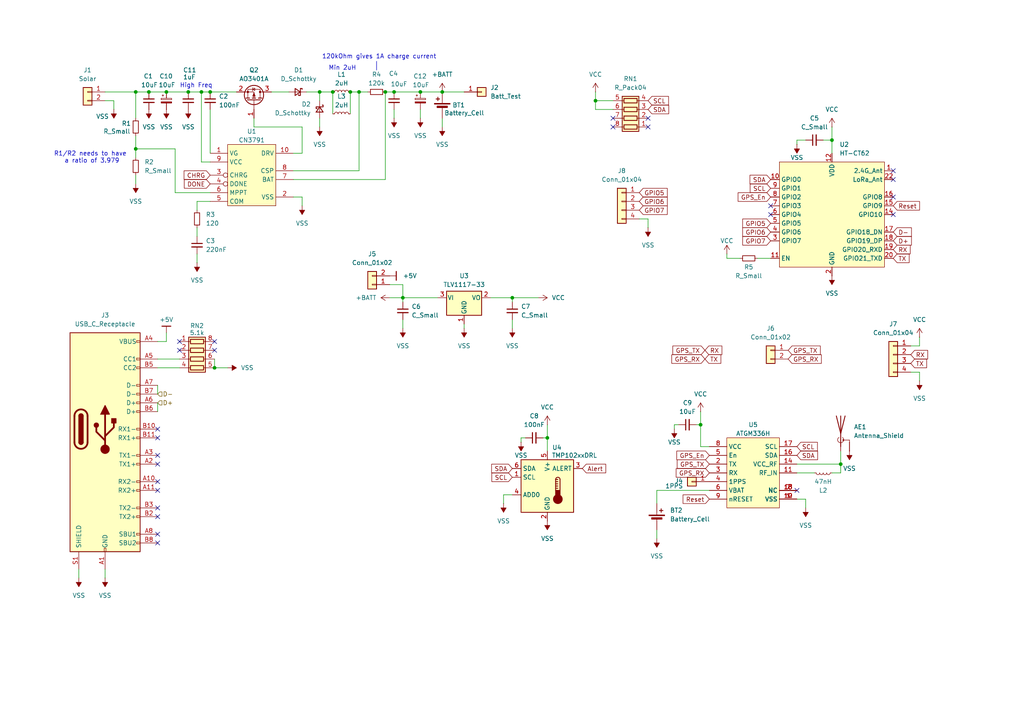
<source format=kicad_sch>
(kicad_sch (version 20231120) (generator "eeschema") (generator_version "8.0")
  (paper "A4")
  (lib_symbols
    (symbol "Connector:USB_C_Receptacle" (pin_names (offset 1.016))
      (property "Reference" "J" (at -10.16 29.21 0))
      (property "Value" "USB_C_Receptacle" (at 10.16 29.21 0))
      (symbol "USB_C_Receptacle_1_1"
        (pin passive line (at 0 -40.64 90) (length 5.08) (name "GND") (number "A1"))
        (pin bidirectional line (at 15.24 -15.24 180) (length 5.08) (name "RX2-") (number "A10"))
        (pin bidirectional line (at 15.24 -17.78 180) (length 5.08) (name "RX2+") (number "A11"))
        (pin passive line (at 0 -40.64 90) (length 5.08) hide (name "GND") (number "A12"))
        (pin bidirectional line (at 15.24 -10.16 180) (length 5.08) (name "TX1+") (number "A2"))
        (pin bidirectional line (at 15.24 -7.62 180) (length 5.08) (name "TX1-") (number "A3"))
        (pin passive line (at 15.24 25.4 180) (length 5.08) (name "VBUS") (number "A4"))
        (pin bidirectional line (at 15.24 20.32 180) (length 5.08) (name "CC1") (number "A5"))
        (pin bidirectional line (at 15.24 7.62 180) (length 5.08) (name "D+") (number "A6"))
        (pin bidirectional line (at 15.24 12.7 180) (length 5.08) (name "D-") (number "A7"))
        (pin bidirectional line (at 15.24 -30.48 180) (length 5.08) (name "SBU1") (number "A8"))
        (pin passive line (at 15.24 25.4 180) (length 5.08) hide (name "VBUS") (number "A9"))
        (pin passive line (at 0 -40.64 90) (length 5.08) hide (name "GND") (number "B1"))
        (pin bidirectional line (at 15.24 0 180) (length 5.08) (name "RX1-") (number "B10"))
        (pin bidirectional line (at 15.24 -2.54 180) (length 5.08) (name "RX1+") (number "B11"))
        (pin passive line (at 0 -40.64 90) (length 5.08) hide (name "GND") (number "B12"))
        (pin bidirectional line (at 15.24 -25.4 180) (length 5.08) (name "TX2+") (number "B2"))
        (pin bidirectional line (at 15.24 -22.86 180) (length 5.08) (name "TX2-") (number "B3"))
        (pin passive line (at 15.24 25.4 180) (length 5.08) hide (name "VBUS") (number "B4"))
        (pin bidirectional line (at 15.24 17.78 180) (length 5.08) (name "CC2") (number "B5"))
        (pin bidirectional line (at 15.24 5.08 180) (length 5.08) (name "D+") (number "B6"))
        (pin bidirectional line (at 15.24 10.16 180) (length 5.08) (name "D-") (number "B7"))
        (pin bidirectional line (at 15.24 -33.02 180) (length 5.08) (name "SBU2") (number "B8"))
        (pin passive line (at 15.24 25.4 180) (length 5.08) hide (name "VBUS") (number "B9"))
        (pin passive line (at -7.62 -40.64 90) (length 5.08) (name "SHIELD") (number "S1"))
      )
    )
    (symbol "Connector_Generic:Conn_01x01" (pin_names (offset 1.016) hide)
      (property "Reference" "J" (at 0 2.54 0))
      (property "Value" "Conn_01x01" (at 0 -2.54 0))
      (symbol "Conn_01x01_1_1"
        (pin passive line (at -5.08 0 0) (length 3.81) (name "Pin_1") (number "1"))
      )
    )
    (symbol "Connector_Generic:Conn_01x02" (pin_names (offset 1.016) hide)
      (property "Reference" "J" (at 0 2.54 0))
      (property "Value" "Conn_01x02" (at 0 -5.08 0))
      (symbol "Conn_01x02_1_1"
        (pin passive line (at -5.08 0 0) (length 3.81) (name "Pin_1") (number "1"))
        (pin passive line (at -5.08 -2.54 0) (length 3.81) (name "Pin_2") (number "2"))
      )
    )
    (symbol "Connector_Generic:Conn_01x04" (pin_names (offset 1.016) hide)
      (property "Reference" "J" (at 0 5.08 0))
      (property "Value" "Conn_01x04" (at 0 -7.62 0))
      (symbol "Conn_01x04_1_1"
        (pin passive line (at -5.08 2.54 0) (length 3.81) (name "Pin_1") (number "1"))
        (pin passive line (at -5.08 0 0) (length 3.81) (name "Pin_2") (number "2"))
        (pin passive line (at -5.08 -2.54 0) (length 3.81) (name "Pin_3") (number "3"))
        (pin passive line (at -5.08 -5.08 0) (length 3.81) (name "Pin_4") (number "4"))
      )
    )
    (symbol "Device:Antenna_Shield" (pin_numbers hide) (pin_names (offset 1.016) hide)
      (property "Reference" "AE" (at -1.905 4.445 0))
      (property "Value" "Antenna_Shield" (at -1.905 2.54 0))
      (symbol "Antenna_Shield_1_1"
        (pin input line (at 0 -5.08 90) (length 2.54) (name "A") (number "1"))
        (pin input line (at 2.54 -5.08 90) (length 2.54) (name "Shield") (number "2"))
      )
    )
    (symbol "Device:Battery_Cell" (pin_numbers hide) (pin_names (offset 0) hide)
      (property "Reference" "BT" (at 2.54 2.54 0))
      (property "Value" "Battery_Cell" (at 2.54 0 0))
      (symbol "Battery_Cell_1_1"
        (pin passive line (at 0 5.08 270) (length 2.54) (name "+") (number "1"))
        (pin passive line (at 0 -2.54 90) (length 2.54) (name "-") (number "2"))
      )
    )
    (symbol "Device:C_Polarized_Small" (pin_numbers hide) (pin_names (offset 0.254) hide)
      (property "Reference" "C" (at 0.254 1.778 0))
      (property "Value" "C_Polarized_Small" (at 0.254 -2.032 0))
      (symbol "C_Polarized_Small_1_1"
        (pin passive line (at 0 2.54 270) (length 1.8542) (name "~") (number "1"))
        (pin passive line (at 0 -2.54 90) (length 1.8542) (name "~") (number "2"))
      )
    )
    (symbol "Device:C_Small" (pin_numbers hide) (pin_names (offset 0.254) hide)
      (property "Reference" "C" (at 0.254 1.778 0))
      (property "Value" "C_Small" (at 0.254 -2.032 0))
      (symbol "C_Small_1_1"
        (pin passive line (at 0 2.54 270) (length 2.032) (name "~") (number "1"))
        (pin passive line (at 0 -2.54 90) (length 2.032) (name "~") (number "2"))
      )
    )
    (symbol "Device:D_Schottky_Small" (pin_numbers hide) (pin_names (offset 0.254) hide)
      (property "Reference" "D" (at -1.27 2.032 0))
      (property "Value" "D_Schottky_Small" (at -7.112 -2.032 0))
      (symbol "D_Schottky_Small_1_1"
        (pin passive line (at -2.54 0 0) (length 1.778) (name "K") (number "1"))
        (pin passive line (at 2.54 0 180) (length 1.778) (name "A") (number "2"))
      )
    )
    (symbol "Device:L_Small" (pin_numbers hide) (pin_names (offset 0.254) hide)
      (property "Reference" "L" (at 0.762 1.016 0))
      (property "Value" "L_Small" (at 0.762 -1.016 0))
      (symbol "L_Small_1_1"
        (pin passive line (at 0 2.54 270) (length 0.508) (name "~") (number "1"))
        (pin passive line (at 0 -2.54 90) (length 0.508) (name "~") (number "2"))
      )
    )
    (symbol "Device:R_Pack04" (pin_names (offset 0) hide)
      (property "Reference" "RN" (at -7.62 0 90))
      (property "Value" "R_Pack04" (at 5.08 0 90))
      (symbol "R_Pack04_1_1"
        (pin passive line (at -5.08 -5.08 90) (length 2.54) (name "R1.1") (number "1"))
        (pin passive line (at -2.54 -5.08 90) (length 2.54) (name "R2.1") (number "2"))
        (pin passive line (at 0 -5.08 90) (length 2.54) (name "R3.1") (number "3"))
        (pin passive line (at 2.54 -5.08 90) (length 2.54) (name "R4.1") (number "4"))
        (pin passive line (at 2.54 5.08 270) (length 2.54) (name "R4.2") (number "5"))
        (pin passive line (at 0 5.08 270) (length 2.54) (name "R3.2") (number "6"))
        (pin passive line (at -2.54 5.08 270) (length 2.54) (name "R2.2") (number "7"))
        (pin passive line (at -5.08 5.08 270) (length 2.54) (name "R1.2") (number "8"))
      )
    )
    (symbol "Device:R_Small" (pin_numbers hide) (pin_names (offset 0.254) hide)
      (property "Reference" "R" (at 0.762 0.508 0))
      (property "Value" "R_Small" (at 0.762 -1.016 0))
      (symbol "R_Small_1_1"
        (pin passive line (at 0 2.54 270) (length 0.762) (name "~") (number "1"))
        (pin passive line (at 0 -2.54 90) (length 0.762) (name "~") (number "2"))
      )
    )
    (symbol "RF_Module:HT-CT62"
      (property "Reference" "U" (at 0 0 0))
      (property "Value" "HT-CT62" (at 10.16 17.78 0))
      (symbol "HT-CT62_1_1"
        (pin bidirectional line (at 17.78 12.7 180) (length 2.54) (name "2.4G_Ant") (number "1"))
        (pin bidirectional line (at -17.78 10.16 0) (length 2.54) (name "GPIO0") (number "10"))
        (pin input line (at -17.78 -12.7 0) (length 2.54) (name "EN") (number "11"))
        (pin power_in line (at 0 17.78 270) (length 2.54) (name "VDD") (number "12"))
        (pin passive line (at 0 -17.78 90) (length 2.54) hide (name "GND") (number "13"))
        (pin bidirectional line (at 17.78 0 180) (length 2.54) (name "GPIO10") (number "14"))
        (pin bidirectional line (at 17.78 2.54 180) (length 2.54) (name "GPIO9") (number "15"))
        (pin bidirectional line (at 17.78 5.08 180) (length 2.54) (name "GPIO8") (number "16"))
        (pin bidirectional line (at 17.78 -5.08 180) (length 2.54) (name "GPIO18_DN") (number "17"))
        (pin bidirectional line (at 17.78 -7.62 180) (length 2.54) (name "GPIO19_DP") (number "18"))
        (pin bidirectional line (at 17.78 -10.16 180) (length 2.54) (name "GPIO20_RXD") (number "19"))
        (pin power_in line (at 0 -17.78 90) (length 2.54) (name "GND") (number "2"))
        (pin bidirectional line (at 17.78 -12.7 180) (length 2.54) (name "GPIO21_TXD") (number "20"))
        (pin passive line (at 0 -17.78 90) (length 2.54) hide (name "GND") (number "21"))
        (pin bidirectional line (at 17.78 10.16 180) (length 2.54) (name "LoRa_Ant") (number "22"))
        (pin bidirectional line (at -17.78 -7.62 0) (length 2.54) (name "GPIO7") (number "3"))
        (pin bidirectional line (at -17.78 -5.08 0) (length 2.54) (name "GPIO6") (number "4"))
        (pin bidirectional line (at -17.78 -2.54 0) (length 2.54) (name "GPIO5") (number "5"))
        (pin bidirectional line (at -17.78 0 0) (length 2.54) (name "GPIO4") (number "6"))
        (pin bidirectional line (at -17.78 2.54 0) (length 2.54) (name "GPIO3") (number "7"))
        (pin bidirectional line (at -17.78 5.08 0) (length 2.54) (name "GPIO2") (number "8"))
        (pin bidirectional line (at -17.78 7.62 0) (length 2.54) (name "GPIO1") (number "9"))
      )
    )
    (symbol "Regulator_Linear:TLV1117-33" (pin_names (offset 0.254))
      (property "Reference" "U" (at -3.81 3.175 0))
      (property "Value" "TLV1117-33" (at 0 3.175 0))
      (symbol "TLV1117-33_1_1"
        (pin power_in line (at 0 -7.62 90) (length 2.54) (name "GND") (number "1"))
        (pin power_out line (at 7.62 0 180) (length 2.54) (name "VO") (number "2"))
        (pin power_in line (at -7.62 0 0) (length 2.54) (name "VI") (number "3"))
      )
    )
    (symbol "Sensor_Temperature:TMP102xxDRL"
      (property "Reference" "U" (at -2.54 10.795 0))
      (property "Value" "TMP102xxDRL" (at -2.54 8.89 0))
      (symbol "TMP102xxDRL_1_1"
        (pin input line (at -10.16 2.54 0) (length 2.54) (name "SCL") (number "1"))
        (pin power_in line (at 0 -10.16 90) (length 2.54) (name "GND") (number "2"))
        (pin open_collector line (at 10.16 5.08 180) (length 2.54) (name "ALERT") (number "3"))
        (pin input line (at -10.16 -2.54 0) (length 2.54) (name "ADD0") (number "4"))
        (pin power_in line (at 0 10.16 270) (length 2.54) (name "V+") (number "5"))
        (pin bidirectional line (at -10.16 5.08 0) (length 2.54) (name "SDA") (number "6"))
      )
    )
    (symbol "Transistor_FET:AO3401A" (pin_names hide)
      (property "Reference" "Q" (at 5.08 1.905 0))
      (property "Value" "AO3401A" (at 5.08 0 0))
      (symbol "AO3401A_1_1"
        (pin input line (at -5.08 0 0) (length 2.54) (name "G") (number "1"))
        (pin passive line (at 2.54 -5.08 90) (length 2.54) (name "S") (number "2"))
        (pin passive line (at 2.54 5.08 270) (length 2.54) (name "D") (number "3"))
      )
    )
    (symbol "UE-Power:CN3791"
      (property "Reference" "U" (at 8.89 11.43 0))
      (symbol "CN3791_1_1"
        (pin input line (at 2.54 7.62 0) (length 5.08) (name "VG") (number "1"))
        (pin input line (at 26.67 7.62 180) (length 5.08) (name "DRV") (number "10"))
        (pin input line (at 26.67 -5.08 180) (length 5.08) (name "VSS") (number "2"))
        (pin input inverted (at 2.54 1.27 0) (length 5.08) (name "CHRG") (number "3"))
        (pin input inverted (at 2.54 -1.27 0) (length 5.08) (name "DONE") (number "4"))
        (pin input line (at 2.54 -6.35 0) (length 5.08) (name "COM") (number "5"))
        (pin input line (at 2.54 -3.81 0) (length 5.08) (name "MPPT") (number "6"))
        (pin input line (at 26.67 0 180) (length 5.08) (name "BAT") (number "7"))
        (pin input line (at 26.67 2.54 180) (length 5.08) (name "CSP") (number "8"))
        (pin input line (at 2.54 5.08 0) (length 5.08) (name "VCC") (number "9"))
      )
    )
    (symbol "UE_Module:ATGM336H"
      (property "Reference" "U" (at 0 0 0))
      (symbol "ATGM336H_1_1"
        (pin input line (at 31.75 7.62 180) (length 5.08) (name "VSS") (number "1"))
        (pin input line (at 31.75 7.62 180) (length 5.08) (name "VSS") (number "10"))
        (pin input line (at 31.75 15.24 180) (length 5.08) (name "RF_IN") (number "11"))
        (pin input line (at 31.75 7.62 180) (length 5.08) (name "VSS") (number "12"))
        (pin input line (at 31.75 10.16 180) (length 5.08) (name "NC") (number "13"))
        (pin input line (at 31.75 17.78 180) (length 5.08) (name "VCC_RF") (number "14"))
        (pin input line (at 31.75 10.16 180) (length 5.08) (name "NC") (number "15"))
        (pin input line (at 31.75 20.32 180) (length 5.08) (name "SDA") (number "16"))
        (pin input line (at 31.75 22.86 180) (length 5.08) (name "SCL") (number "17"))
        (pin input line (at 31.75 10.16 180) (length 5.08) (name "NC") (number "18"))
        (pin input line (at 6.35 17.78 0) (length 5.08) (name "TX") (number "2"))
        (pin input line (at 6.35 15.24 0) (length 5.08) (name "RX") (number "3"))
        (pin input line (at 6.35 12.7 0) (length 5.08) (name "1PPS") (number "4"))
        (pin input line (at 6.35 20.32 0) (length 5.08) (name "En") (number "5"))
        (pin input line (at 6.35 10.16 0) (length 5.08) (name "VBAT") (number "6"))
        (pin input line (at 31.75 10.16 180) (length 5.08) (name "NC") (number "7"))
        (pin input line (at 6.35 22.86 0) (length 5.08) (name "VCC") (number "8"))
        (pin input line (at 6.35 7.62 0) (length 5.08) (name "nRESET") (number "9"))
      )
    )
    (symbol "gkl_power:+5V" (power) (pin_names (offset 0))
      (property "Value" "+5V" (at 0 3.175 0))
      (symbol "+5V_1_1"
        (pin power_in line (at 0 0 90) (length 0) hide (name "+5V") (number "1"))
      )
    )
    (symbol "power:+BATT" (power) (pin_numbers hide) (pin_names (offset 0) hide)
      (property "Value" "+BATT" (at 0 3.556 0))
      (symbol "+BATT_1_1"
        (pin power_in line (at 0 0 90) (length 0) (name "~") (number "1"))
      )
    )
    (symbol "power:VCC" (power) (pin_numbers hide) (pin_names (offset 0) hide)
      (property "Value" "VCC" (at 0 3.556 0))
      (symbol "VCC_1_1"
        (pin power_in line (at 0 0 90) (length 0) (name "~") (number "1"))
      )
    )
    (symbol "power:VSS" (power) (pin_numbers hide) (pin_names (offset 0) hide)
      (property "Value" "VSS" (at 0 3.556 0))
      (symbol "VSS_1_1"
        (pin power_in line (at 0 0 90) (length 0) (name "~") (number "1"))
      )
    )
  )
  (junction (at 241.3 40.64))
  (junction (at 92.71 26.67))
  (junction (at 111.76 26.67))
  (junction (at 54.61 26.67))
  (junction (at 104.14 26.67))
  (junction (at 62.23 106.68))
  (junction (at 172.72 29.21))
  (junction (at 39.37 26.67))
  (junction (at 101.6 26.67))
  (junction (at 48.26 26.67))
  (junction (at 39.37 43.18))
  (junction (at 158.75 127))
  (junction (at 116.84 86.36))
  (junction (at 114.3 26.67))
  (junction (at 60.96 26.67))
  (junction (at 58.42 26.67))
  (junction (at 203.2 123.19))
  (junction (at 43.18 26.67))
  (junction (at 128.27 26.67))
  (junction (at 243.84 134.62))
  (junction (at 96.52 26.67))
  (junction (at 148.59 86.36))
  (junction (at 121.92 26.67))
  (no_connect (at 45.72 134.62))
  (no_connect (at 259.08 49.53))
  (no_connect (at 177.8 34.29))
  (no_connect (at 45.72 154.94))
  (no_connect (at 223.52 62.23))
  (no_connect (at 52.07 101.6))
  (no_connect (at 187.96 34.29))
  (no_connect (at 45.72 127))
  (no_connect (at 45.72 124.46))
  (no_connect (at 62.23 99.06))
  (no_connect (at 45.72 132.08))
  (no_connect (at 45.72 147.32))
  (no_connect (at 45.72 142.24))
  (no_connect (at 45.72 139.7))
  (no_connect (at 259.08 52.07))
  (no_connect (at 259.08 57.15))
  (no_connect (at 259.08 62.23))
  (no_connect (at 52.07 99.06))
  (no_connect (at 177.8 36.83))
  (no_connect (at 231.14 142.24))
  (no_connect (at 62.23 101.6))
  (no_connect (at 187.96 36.83))
  (no_connect (at 45.72 149.86))
  (no_connect (at 45.72 157.48))
  (no_connect (at 223.52 59.69))
  (wire (pts (xy 187.96 63.5) (xy 185.42 63.5)))
  (wire (pts (xy 203.2 129.54) (xy 203.2 123.19)))
  (wire (pts (xy 60.96 26.67) (xy 68.58 26.67)))
  (wire (pts (xy 60.96 46.99) (xy 58.42 46.99)))
  (wire (pts (xy 45.72 106.68) (xy 52.07 106.68)))
  (wire (pts (xy 266.7 110.49) (xy 266.7 107.95)))
  (wire (pts (xy 114.3 26.67) (xy 121.92 26.67)))
  (wire (pts (xy 30.48 26.67) (xy 39.37 26.67)))
  (wire (pts (xy 151.13 127) (xy 152.4 127)))
  (wire (pts (xy 148.59 86.36) (xy 156.21 86.36)))
  (wire (pts (xy 190.5 146.05) (xy 190.5 142.24)))
  (wire (pts (xy 96.52 26.67) (xy 96.52 33.02)))
  (wire (pts (xy 57.15 66.04) (xy 57.15 68.58)))
  (wire (pts (xy 116.84 92.71) (xy 116.84 95.25)))
  (wire (pts (xy 243.84 130.81) (xy 243.84 134.62)))
  (wire (pts (xy 266.7 100.33) (xy 264.16 100.33)))
  (wire (pts (xy 113.03 86.36) (xy 116.84 86.36)))
  (wire (pts (xy 128.27 34.29) (xy 128.27 36.83)))
  (wire (pts (xy 92.71 26.67) (xy 92.71 29.21)))
  (wire (pts (xy 48.26 26.67) (xy 54.61 26.67)))
  (wire (pts (xy 158.75 123.19) (xy 158.75 127)))
  (wire (pts (xy 39.37 50.8) (xy 39.37 53.34)))
  (wire (pts (xy 111.76 52.07) (xy 111.76 26.67)))
  (wire (pts (xy 172.72 26.67) (xy 172.72 29.21)))
  (wire (pts (xy 92.71 26.67) (xy 96.52 26.67)))
  (wire (pts (xy 58.42 26.67) (xy 58.42 46.99)))
  (wire (pts (xy 87.63 36.83) (xy 87.63 44.45)))
  (wire (pts (xy 219.71 74.93) (xy 223.52 74.93)))
  (wire (pts (xy 116.84 86.36) (xy 127 86.36)))
  (wire (pts (xy 146.05 143.51) (xy 148.59 143.51)))
  (wire (pts (xy 148.59 86.36) (xy 148.59 87.63)))
  (wire (pts (xy 87.63 44.45) (xy 85.09 44.45)))
  (wire (pts (xy 266.7 97.79) (xy 266.7 100.33)))
  (wire (pts (xy 172.72 29.21) (xy 177.8 29.21)))
  (wire (pts (xy 73.66 34.29) (xy 73.66 36.83)))
  (wire (pts (xy 231.14 137.16) (xy 236.22 137.16)))
  (wire (pts (xy 101.6 26.67) (xy 101.6 33.02)))
  (wire (pts (xy 39.37 39.37) (xy 39.37 43.18)))
  (wire (pts (xy 85.09 52.07) (xy 111.76 52.07)))
  (wire (pts (xy 88.9 26.67) (xy 92.71 26.67)))
  (wire (pts (xy 101.6 26.67) (xy 104.14 26.67)))
  (wire (pts (xy 233.68 144.78) (xy 231.14 144.78)))
  (wire (pts (xy 195.58 123.19) (xy 196.85 123.19)))
  (wire (pts (xy 39.37 43.18) (xy 39.37 45.72)))
  (wire (pts (xy 190.5 153.67) (xy 190.5 156.21)))
  (wire (pts (xy 231.14 40.64) (xy 233.68 40.64)))
  (wire (pts (xy 203.2 119.38) (xy 203.2 123.19)))
  (wire (pts (xy 33.02 29.21) (xy 33.02 31.75)))
  (wire (pts (xy 210.82 73.66) (xy 210.82 74.93)))
  (wire (pts (xy 60.96 31.75) (xy 60.96 44.45)))
  (wire (pts (xy 45.72 111.76) (xy 45.72 114.3)))
  (wire (pts (xy 39.37 26.67) (xy 43.18 26.67)))
  (wire (pts (xy 128.27 26.67) (xy 134.62 26.67)))
  (wire (pts (xy 57.15 58.42) (xy 57.15 60.96)))
  (wire (pts (xy 241.3 137.16) (xy 243.84 137.16)))
  (wire (pts (xy 116.84 86.36) (xy 116.84 87.63)))
  (wire (pts (xy 50.8 43.18) (xy 50.8 55.88)))
  (wire (pts (xy 172.72 29.21) (xy 172.72 31.75)))
  (wire (pts (xy 87.63 57.15) (xy 85.09 57.15)))
  (wire (pts (xy 60.96 55.88) (xy 50.8 55.88)))
  (wire (pts (xy 210.82 74.93) (xy 214.63 74.93)))
  (wire (pts (xy 157.48 127) (xy 158.75 127)))
  (wire (pts (xy 121.92 31.75) (xy 121.92 34.29)))
  (wire (pts (xy 60.96 58.42) (xy 57.15 58.42)))
  (wire (pts (xy 39.37 26.67) (xy 39.37 34.29)))
  (wire (pts (xy 54.61 26.67) (xy 58.42 26.67)))
  (wire (pts (xy 45.72 119.38) (xy 45.72 116.84)))
  (wire (pts (xy 62.23 104.14) (xy 62.23 106.68)))
  (wire (pts (xy 58.42 26.67) (xy 60.96 26.67)))
  (wire (pts (xy 111.76 26.67) (xy 114.3 26.67)))
  (wire (pts (xy 238.76 40.64) (xy 241.3 40.64)))
  (wire (pts (xy 158.75 127) (xy 158.75 130.81)))
  (wire (pts (xy 114.3 31.75) (xy 114.3 34.29)))
  (wire (pts (xy 30.48 29.21) (xy 33.02 29.21)))
  (wire (pts (xy 146.05 146.05) (xy 146.05 143.51)))
  (wire (pts (xy 85.09 49.53) (xy 104.14 49.53)))
  (polyline (pts (xy 109.22 17.78) (xy 109.22 20.32)))
  (wire (pts (xy 190.5 142.24) (xy 205.74 142.24)))
  (wire (pts (xy 195.58 124.46) (xy 195.58 123.19)))
  (wire (pts (xy 187.96 66.04) (xy 187.96 63.5)))
  (wire (pts (xy 142.24 86.36) (xy 148.59 86.36)))
  (wire (pts (xy 45.72 104.14) (xy 52.07 104.14)))
  (wire (pts (xy 201.93 123.19) (xy 203.2 123.19)))
  (wire (pts (xy 57.15 73.66) (xy 57.15 76.2)))
  (wire (pts (xy 104.14 26.67) (xy 106.68 26.67)))
  (wire (pts (xy 73.66 36.83) (xy 87.63 36.83)))
  (wire (pts (xy 241.3 36.83) (xy 241.3 40.64)))
  (wire (pts (xy 231.14 41.91) (xy 231.14 40.64)))
  (wire (pts (xy 148.59 92.71) (xy 148.59 95.25)))
  (wire (pts (xy 172.72 31.75) (xy 177.8 31.75)))
  (wire (pts (xy 205.74 129.54) (xy 203.2 129.54)))
  (wire (pts (xy 104.14 49.53) (xy 104.14 26.67)))
  (wire (pts (xy 231.14 134.62) (xy 243.84 134.62)))
  (wire (pts (xy 48.26 99.06) (xy 48.26 96.52)))
  (wire (pts (xy 266.7 107.95) (xy 264.16 107.95)))
  (wire (pts (xy 113.03 82.55) (xy 116.84 82.55)))
  (wire (pts (xy 87.63 59.69) (xy 87.63 57.15)))
  (wire (pts (xy 62.23 106.68) (xy 66.04 106.68)))
  (wire (pts (xy 92.71 34.29) (xy 92.71 36.83)))
  (wire (pts (xy 30.48 165.1) (xy 30.48 167.64)))
  (wire (pts (xy 134.62 93.98) (xy 134.62 95.25)))
  (wire (pts (xy 241.3 40.64) (xy 241.3 44.45)))
  (wire (pts (xy 43.18 26.67) (xy 48.26 26.67)))
  (wire (pts (xy 233.68 147.32) (xy 233.68 144.78)))
  (wire (pts (xy 243.84 137.16) (xy 243.84 134.62)))
  (wire (pts (xy 121.92 26.67) (xy 128.27 26.67)))
  (wire (pts (xy 50.8 43.18) (xy 39.37 43.18)))
  (wire (pts (xy 45.72 99.06) (xy 48.26 99.06)))
  (wire (pts (xy 116.84 82.55) (xy 116.84 86.36)))
  (wire (pts (xy 78.74 26.67) (xy 83.82 26.67)))
  (wire (pts (xy 151.13 128.27) (xy 151.13 127)))
  (wire (pts (xy 22.86 165.1) (xy 22.86 167.64)))
  (text "R1/R2 needs to have \na ratio of 3.979" (at 26.67 45.72 0) (effects (font (size 1.27 1.27))))
  (text "Min 2uH" (at 99.314 19.812 0) (effects (font (size 1.27 1.27))))
  (text "120kOhm gives 1A charge current" (at 109.982 16.51 0) (effects (font (size 1.27 1.27))))
  (text "High Freq" (at 56.896 24.892 0) (effects (font (size 1.27 1.27))))
  (global_label "RX" (shape input) (at 259.08 72.39 0) (property "Intersheetrefs" "${INTERSHEET_REFS}" (effects (hide yes))))
  (global_label "DONE" (shape input) (at 60.96 53.34 180) (property "Intersheetrefs" "${INTERSHEET_REFS}" (effects (hide yes))))
  (global_label "GPIO5" (shape input) (at 223.52 64.77 180) (property "Intersheetrefs" "${INTERSHEET_REFS}" (effects (hide yes))))
  (global_label "SDA" (shape input) (at 187.96 31.75 0) (property "Intersheetrefs" "${INTERSHEET_REFS}" (effects (hide yes))))
  (global_label "GPIO6" (shape input) (at 223.52 67.31 180) (property "Intersheetrefs" "${INTERSHEET_REFS}" (effects (hide yes))))
  (global_label "GPS_RX" (shape input) (at 205.74 137.16 180) (property "Intersheetrefs" "${INTERSHEET_REFS}" (effects (hide yes))))
  (global_label "GPS_RX" (shape input) (at 228.6 104.14 0) (property "Intersheetrefs" "${INTERSHEET_REFS}" (effects (hide yes))))
  (global_label "GPIO7" (shape input) (at 185.42 60.96 0) (property "Intersheetrefs" "${INTERSHEET_REFS}" (effects (hide yes))))
  (global_label "SDA" (shape input) (at 223.52 52.07 180) (property "Intersheetrefs" "${INTERSHEET_REFS}" (effects (hide yes))))
  (global_label "TX" (shape input) (at 264.16 105.41 0) (property "Intersheetrefs" "${INTERSHEET_REFS}" (effects (hide yes))))
  (global_label "GPS_TX" (shape input) (at 228.6 101.6 0) (property "Intersheetrefs" "${INTERSHEET_REFS}" (effects (hide yes))))
  (global_label "GPIO7" (shape input) (at 223.52 69.85 180) (property "Intersheetrefs" "${INTERSHEET_REFS}" (effects (hide yes))))
  (global_label "GPS_En" (shape input) (at 223.52 57.15 180) (property "Intersheetrefs" "${INTERSHEET_REFS}" (effects (hide yes))))
  (global_label "D+" (shape input) (at 259.08 69.85 0) (property "Intersheetrefs" "${INTERSHEET_REFS}" (effects (hide yes))))
  (global_label "Alert" (shape input) (at 168.91 135.89 0) (property "Intersheetrefs" "${INTERSHEET_REFS}" (effects (hide yes))))
  (global_label "Reset" (shape input) (at 259.08 59.69 0) (property "Intersheetrefs" "${INTERSHEET_REFS}" (effects (hide yes))))
  (global_label "RX" (shape input) (at 264.16 102.87 0) (property "Intersheetrefs" "${INTERSHEET_REFS}" (effects (hide yes))))
  (global_label "GPS_TX" (shape input) (at 205.74 134.62 180) (property "Intersheetrefs" "${INTERSHEET_REFS}" (effects (hide yes))))
  (global_label "D-" (shape input) (at 259.08 67.31 0) (property "Intersheetrefs" "${INTERSHEET_REFS}" (effects (hide yes))))
  (global_label "SCL" (shape input) (at 223.52 54.61 180) (property "Intersheetrefs" "${INTERSHEET_REFS}" (effects (hide yes))))
  (global_label "RX" (shape input) (at 204.47 101.6 0) (property "Intersheetrefs" "${INTERSHEET_REFS}" (effects (hide yes))))
  (global_label "GPS_RX" (shape input) (at 204.47 104.14 180) (property "Intersheetrefs" "${INTERSHEET_REFS}" (effects (hide yes))))
  (global_label "SCL" (shape input) (at 187.96 29.21 0) (property "Intersheetrefs" "${INTERSHEET_REFS}" (effects (hide yes))))
  (global_label "CHRG" (shape input) (at 60.96 50.8 180) (property "Intersheetrefs" "${INTERSHEET_REFS}" (effects (hide yes))))
  (global_label "SCL" (shape input) (at 148.59 138.43 180) (property "Intersheetrefs" "${INTERSHEET_REFS}" (effects (hide yes))))
  (global_label "GPS_TX" (shape input) (at 204.47 101.6 180) (property "Intersheetrefs" "${INTERSHEET_REFS}" (effects (hide yes))))
  (global_label "SDA" (shape input) (at 231.14 132.08 0) (property "Intersheetrefs" "${INTERSHEET_REFS}" (effects (hide yes))))
  (global_label "SCL" (shape input) (at 231.14 129.54 0) (property "Intersheetrefs" "${INTERSHEET_REFS}" (effects (hide yes))))
  (global_label "TX" (shape input) (at 259.08 74.93 0) (property "Intersheetrefs" "${INTERSHEET_REFS}" (effects (hide yes))))
  (global_label "GPIO5" (shape input) (at 185.42 55.88 0) (property "Intersheetrefs" "${INTERSHEET_REFS}" (effects (hide yes))))
  (global_label "Reset" (shape input) (at 205.74 144.78 180) (property "Intersheetrefs" "${INTERSHEET_REFS}" (effects (hide yes))))
  (global_label "SDA" (shape input) (at 148.59 135.89 180) (property "Intersheetrefs" "${INTERSHEET_REFS}" (effects (hide yes))))
  (global_label "GPS_En" (shape input) (at 205.74 132.08 180) (property "Intersheetrefs" "${INTERSHEET_REFS}" (effects (hide yes))))
  (global_label "GPIO6" (shape input) (at 185.42 58.42 0) (property "Intersheetrefs" "${INTERSHEET_REFS}" (effects (hide yes))))
  (global_label "TX" (shape input) (at 204.47 104.14 0) (property "Intersheetrefs" "${INTERSHEET_REFS}" (effects (hide yes))))
  (hierarchical_label "D-" (shape input) (at 45.72 114.3 0))
  (hierarchical_label "D+" (shape input) (at 45.72 116.84 0))
  (symbol (lib_id "Device:C_Small") (at 43.18 29.21 0) (unit 1)
    (property "Reference" "C1" (at 41.656 22.098 0) (effects (justify left)))
    (property "Value" "10uF" (at 40.894 24.638 0) (effects (justify left)))
    (property "Footprint" "Capacitor_SMD:C_0805_2012Metric" (effects (hide yes)))
    (property "Description" "Unpolarized capacitor, small symbol" (effects (hide yes)))
  )
  (symbol (lib_id "Device:C_Small") (at 199.39 123.19 90) (unit 1)
    (property "Reference" "C9" (at 199.3963 116.84 90))
    (property "Value" "10uF" (at 199.3963 119.38 90))
    (property "Footprint" "Capacitor_SMD:C_0805_2012Metric" (effects (hide yes)))
    (property "Description" "Unpolarized capacitor, small symbol" (effects (hide yes)))
  )
  (symbol (lib_id "Device:L_Small") (at 99.06 33.02 90) (unit 1)
    (property "Reference" "L3" (at 99.06 27.94 90))
    (property "Value" "2uH" (at 99.06 30.48 90))
    (property "Footprint" "Inductor_SMD:L_1008_2520Metric" (effects (hide yes)))
    (property "Description" "Inductor, small symbol" (effects (hide yes)))
  )
  (symbol (lib_id "power:VSS") (at 92.71 36.83 180) (unit 1)
    (property "Reference" "#PWR05" (effects (hide yes)))
    (property "Value" "VSS" (at 92.71 41.91 0))
    (property "Description" "Power symbol creates a global label with name \"VSS\"" (effects (hide yes)))
  )
  (symbol (lib_id "power:VCC") (at 172.72 26.67 0) (unit 1)
    (property "Reference" "#PWR031" (effects (hide yes)))
    (property "Value" "VCC" (at 172.72 21.59 0))
    (property "Description" "Power symbol creates a global label with name \"VCC\"" (effects (hide yes)))
  )
  (symbol (lib_id "Connector_Generic:Conn_01x04") (at 180.34 58.42 0) (mirror y) (unit 1)
    (property "Reference" "J8" (at 180.34 49.53 0))
    (property "Value" "Conn_01x04" (at 180.34 52.07 0))
    (property "Footprint" "Connector_PinHeader_1.27mm:PinHeader_1x04_P1.27mm_Vertical" (effects (hide yes)))
    (property "Description" "Generic connector, single row, 01x04, script generated (kicad-library-utils/schlib/autogen/connector/)" (effects (hide yes)))
  )
  (symbol (lib_id "Device:L_Small") (at 99.06 26.67 90) (unit 1)
    (property "Reference" "L1" (at 99.06 21.59 90))
    (property "Value" "2uH" (at 99.06 24.13 90))
    (property "Footprint" "Inductor_SMD:L_7.3x7.3_H3.5" (effects (hide yes)))
    (property "Description" "Inductor, small symbol" (effects (hide yes)))
  )
  (symbol (lib_id "Device:C_Small") (at 57.15 71.12 0) (unit 1)
    (property "Reference" "C3" (at 59.69 69.8562 0) (effects (justify left)))
    (property "Value" "220nF" (at 59.69 72.3962 0) (effects (justify left)))
    (property "Footprint" "Capacitor_SMD:C_0805_2012Metric" (effects (hide yes)))
    (property "Description" "Unpolarized capacitor, small symbol" (effects (hide yes)))
  )
  (symbol (lib_id "Device:D_Schottky_Small") (at 92.71 31.75 270) (unit 1)
    (property "Reference" "D2" (at 90.17 30.2259 90) (effects (justify right)))
    (property "Value" "D_Schottky" (at 90.17 32.7659 90) (effects (justify right)))
    (property "Footprint" "Diode_SMD:D_0805_2012Metric" (effects (hide yes)))
    (property "Description" "Schottky diode, small symbol" (effects (hide yes)))
  )
  (symbol (lib_id "Device:C_Small") (at 60.96 29.21 0) (unit 1)
    (property "Reference" "C2" (at 63.5 27.9462 0) (effects (justify left)))
    (property "Value" "100nF" (at 63.5 30.4862 0) (effects (justify left)))
    (property "Footprint" "Capacitor_SMD:C_0805_2012Metric" (effects (hide yes)))
    (property "Description" "Unpolarized capacitor, small symbol" (effects (hide yes)))
  )
  (symbol (lib_id "power:VSS") (at 134.62 95.25 180) (unit 1)
    (property "Reference" "#PWR013" (effects (hide yes)))
    (property "Value" "VSS" (at 134.62 100.33 0))
    (property "Description" "Power symbol creates a global label with name \"VSS\"" (effects (hide yes)))
  )
  (symbol (lib_id "power:VSS") (at 148.59 95.25 180) (unit 1)
    (property "Reference" "#PWR014" (effects (hide yes)))
    (property "Value" "VSS" (at 148.59 100.33 0))
    (property "Description" "Power symbol creates a global label with name \"VSS\"" (effects (hide yes)))
  )
  (symbol (lib_id "power:VSS") (at 146.05 146.05 180) (unit 1)
    (property "Reference" "#PWR018" (effects (hide yes)))
    (property "Value" "VSS" (at 146.05 151.13 0))
    (property "Description" "Power symbol creates a global label with name \"VSS\"" (effects (hide yes)))
  )
  (symbol (lib_id "power:VCC") (at 241.3 36.83 0) (unit 1)
    (property "Reference" "#PWR010" (effects (hide yes)))
    (property "Value" "VCC" (at 241.3 31.75 0))
    (property "Description" "Power symbol creates a global label with name \"VCC\"" (effects (hide yes)))
  )
  (symbol (lib_id "power:VSS") (at 33.02 31.75 180) (unit 1)
    (property "Reference" "#PWR01" (effects (hide yes)))
    (property "Value" "VSS" (at 29.718 33.782 0))
    (property "Description" "Power symbol creates a global label with name \"VSS\"" (effects (hide yes)))
  )
  (symbol (lib_id "Device:C_Small") (at 148.59 90.17 0) (unit 1)
    (property "Reference" "C7" (at 151.13 88.9062 0) (effects (justify left)))
    (property "Value" "C_Small" (at 151.13 91.4462 0) (effects (justify left)))
    (property "Footprint" "Capacitor_SMD:C_0805_2012Metric" (effects (hide yes)))
    (property "Description" "Unpolarized capacitor, small symbol" (effects (hide yes)))
  )
  (symbol (lib_id "power:VSS") (at 57.15 76.2 180) (unit 1)
    (property "Reference" "#PWR04" (effects (hide yes)))
    (property "Value" "VSS" (at 57.15 81.28 0))
    (property "Description" "Power symbol creates a global label with name \"VSS\"" (effects (hide yes)))
  )
  (symbol (lib_id "power:VSS") (at 190.5 156.21 180) (unit 1)
    (property "Reference" "#PWR026" (effects (hide yes)))
    (property "Value" "VSS" (at 190.5 161.29 0))
    (property "Description" "Power symbol creates a global label with name \"VSS\"" (effects (hide yes)))
  )
  (symbol (lib_id "power:VCC") (at 156.21 86.36 270) (unit 1)
    (property "Reference" "#PWR016" (effects (hide yes)))
    (property "Value" "VCC" (at 160.02 86.3599 90) (effects (justify left)))
    (property "Description" "Power symbol creates a global label with name \"VCC\"" (effects (hide yes)))
  )
  (symbol (lib_id "RF_Module:HT-CT62") (at 241.3 62.23 0) (unit 1)
    (property "Reference" "U2" (at 243.4941 41.91 0) (effects (justify left)))
    (property "Value" "HT-CT62" (at 243.4941 44.45 0) (effects (justify left)))
    (property "Footprint" "RF_Module:Heltec_HT-CT62" (effects (hide yes)))
    (property "Datasheet" "https://resource.heltec.cn/download/HT-CT62/HT-CT62(Rev1.1).pdf" (effects (hide yes)))
    (property "Description" "LoRa/LoRaWAN node module with ESP32-C3 and SX1262" (effects (hide yes)))
  )
  (symbol (lib_id "power:VCC") (at 266.7 97.79 0) (unit 1)
    (property "Reference" "#PWR036" (effects (hide yes)))
    (property "Value" "VCC" (at 266.7 92.71 0))
    (property "Description" "Power symbol creates a global label with name \"VCC\"" (effects (hide yes)))
  )
  (symbol (lib_id "power:VSS") (at 39.37 53.34 180) (unit 1)
    (property "Reference" "#PWR03" (effects (hide yes)))
    (property "Value" "VSS" (at 39.37 58.42 0))
    (property "Description" "Power symbol creates a global label with name \"VSS\"" (effects (hide yes)))
  )
  (symbol (lib_id "Device:R_Pack04") (at 182.88 31.75 90) (unit 1)
    (property "Reference" "RN1" (at 182.88 22.86 90))
    (property "Value" "R_Pack04" (at 182.88 25.4 90))
    (property "Footprint" "Resistor_SMD:R_Array_Convex_4x0603" (effects (hide yes)))
    (property "Description" "4 resistor network, parallel topology" (effects (hide yes)))
  )
  (symbol (lib_id "Device:C_Polarized_Small") (at 121.92 29.21 0) (unit 1)
    (property "Reference" "C12" (at 119.888 22.098 0) (effects (justify left)))
    (property "Value" "10uF" (at 119.634 24.638 0) (effects (justify left)))
    (property "Footprint" "Capacitor_SMD:CP_Elec_4x5.4" (effects (hide yes)))
    (property "Description" "Polarized capacitor, small symbol" (effects (hide yes)))
  )
  (symbol (lib_id "power:+BATT") (at 113.03 86.36 90) (unit 1)
    (property "Reference" "#PWR015" (effects (hide yes)))
    (property "Value" "+BATT" (at 109.22 86.3599 90) (effects (justify left)))
    (property "Description" "Power symbol creates a global label with name \"+BATT\"" (effects (hide yes)))
  )
  (symbol (lib_id "power:VSS") (at 43.18 31.75 180) (unit 1)
    (property "Reference" "#PWR027" (effects (hide yes)))
    (property "Value" "VSS" (at 43.18 36.83 0))
    (property "Description" "Power symbol creates a global label with name \"VSS\"" (effects (hide yes)))
  )
  (symbol (lib_id "Connector:USB_C_Receptacle") (at 30.48 124.46 0) (unit 1)
    (property "Reference" "J3" (at 30.48 91.44 0))
    (property "Value" "USB_C_Receptacle" (at 30.48 93.98 0))
    (property "Footprint" "UL_USB:USB_C_Receptical-Jing" (effects (hide yes)))
    (property "Datasheet" "https://www.usb.org/sites/default/files/documents/usb_type-c.zip" (effects (hide yes)))
  )
  (symbol (lib_id "gkl_power:+5V") (at 48.26 96.52 0) (unit 1)
    (property "Reference" "#PWR034" (effects (hide yes)))
    (property "Value" "+5V" (at 48.26 92.71 0))
  )
  (symbol (lib_id "power:VSS") (at 22.86 167.64 180) (unit 1)
    (property "Reference" "#PWR032" (effects (hide yes)))
    (property "Value" "VSS" (at 22.86 172.72 0))
  )
  (symbol (lib_id "power:VCC") (at 158.75 123.19 0) (unit 1)
    (property "Reference" "#PWR020" (effects (hide yes)))
    (property "Value" "VCC" (at 158.75 118.11 0))
    (property "Description" "Power symbol creates a global label with name \"VCC\"" (effects (hide yes)))
  )
  (symbol (lib_id "power:VSS") (at 30.48 167.64 180) (unit 1)
    (property "Reference" "#PWR033" (effects (hide yes)))
    (property "Value" "VSS" (at 30.48 172.72 0))
  )
  (symbol (lib_id "power:+BATT") (at 128.27 26.67 0) (unit 1)
    (property "Reference" "#PWR08" (effects (hide yes)))
    (property "Value" "+BATT" (at 128.27 21.59 0))
    (property "Description" "Power symbol creates a global label with name \"+BATT\"" (effects (hide yes)))
  )
  (symbol (lib_id "Sensor_Temperature:TMP102xxDRL") (at 158.75 140.97 0) (unit 1)
    (property "Reference" "U4" (at 161.544 129.794 0))
    (property "Value" "TMP102xxDRL" (at 166.624 132.08 0))
    (property "Footprint" "Package_TO_SOT_SMD:SOT-563" (effects (hide yes)))
    (property "Datasheet" "https://www.ti.com/lit/ds/symlink/tmp102.pdf" (effects (hide yes)))
    (property "Description" "Digital Temperature Sensor, +/- 3 °C, low-Power, SMBus, 12 bit, Two-Wire Serial Interface, SOT-563" (effects (hide yes)))
  )
  (symbol (lib_id "Device:R_Small") (at 39.37 36.83 0) (unit 1)
    (property "Reference" "R1" (at 35.306 35.814 0) (effects (justify left)))
    (property "Value" "R_Small" (at 29.972 38.1 0) (effects (justify left)))
    (property "Footprint" "Resistor_SMD:R_0805_2012Metric" (effects (hide yes)))
    (property "Description" "Resistor, small symbol" (effects (hide yes)))
  )
  (symbol (lib_id "power:VSS") (at 87.63 59.69 180) (unit 1)
    (property "Reference" "#PWR02" (effects (hide yes)))
    (property "Value" "VSS" (at 87.63 64.77 0))
    (property "Description" "Power symbol creates a global label with name \"VSS\"" (effects (hide yes)))
  )
  (symbol (lib_id "power:VSS") (at 233.68 147.32 180) (unit 1)
    (property "Reference" "#PWR022" (effects (hide yes)))
    (property "Value" "VSS" (at 233.68 152.4 0))
    (property "Description" "Power symbol creates a global label with name \"VSS\"" (effects (hide yes)))
  )
  (symbol (lib_id "Device:R_Small") (at 109.22 26.67 90) (unit 1)
    (property "Reference" "R4" (at 109.22 21.59 90))
    (property "Value" "120k" (at 109.22 24.13 90))
    (property "Footprint" "Resistor_SMD:R_0805_2012Metric" (effects (hide yes)))
    (property "Description" "Resistor, small symbol" (effects (hide yes)))
  )
  (symbol (lib_id "Device:C_Small") (at 116.84 90.17 0) (unit 1)
    (property "Reference" "C6" (at 119.38 88.9062 0) (effects (justify left)))
    (property "Value" "C_Small" (at 119.38 91.4462 0) (effects (justify left)))
    (property "Footprint" "Capacitor_SMD:C_0805_2012Metric" (effects (hide yes)))
    (property "Description" "Unpolarized capacitor, small symbol" (effects (hide yes)))
  )
  (symbol (lib_id "power:VSS") (at 128.27 36.83 180) (unit 1)
    (property "Reference" "#PWR07" (effects (hide yes)))
    (property "Value" "VSS" (at 128.27 41.91 0))
    (property "Description" "Power symbol creates a global label with name \"VSS\"" (effects (hide yes)))
  )
  (symbol (lib_id "power:VSS") (at 246.38 130.81 180) (unit 1)
    (property "Reference" "#PWR023" (effects (hide yes)))
    (property "Value" "VSS" (at 246.38 135.89 0))
    (property "Description" "Power symbol creates a global label with name \"VSS\"" (effects (hide yes)))
  )
  (symbol (lib_id "power:VSS") (at 114.3 34.29 180) (unit 1)
    (property "Reference" "#PWR06" (effects (hide yes)))
    (property "Value" "VSS" (at 114.3 39.37 0))
    (property "Description" "Power symbol creates a global label with name \"VSS\"" (effects (hide yes)))
  )
  (symbol (lib_id "power:VSS") (at 54.61 31.75 180) (unit 1)
    (property "Reference" "#PWR029" (effects (hide yes)))
    (property "Value" "VSS" (at 54.61 36.83 0))
    (property "Description" "Power symbol creates a global label with name \"VSS\"" (effects (hide yes)))
  )
  (symbol (lib_id "Device:C_Small") (at 154.94 127 90) (unit 1)
    (property "Reference" "C8" (at 154.9463 120.65 90))
    (property "Value" "100nF" (at 154.9463 123.19 90))
    (property "Footprint" "Capacitor_SMD:C_0805_2012Metric" (effects (hide yes)))
    (property "Description" "Unpolarized capacitor, small symbol" (effects (hide yes)))
  )
  (symbol (lib_id "Device:C_Small") (at 236.22 40.64 90) (unit 1)
    (property "Reference" "C5" (at 236.2263 34.29 90))
    (property "Value" "C_Small" (at 236.2263 36.83 90))
    (property "Footprint" "Capacitor_SMD:C_0805_2012Metric" (effects (hide yes)))
    (property "Description" "Unpolarized capacitor, small symbol" (effects (hide yes)))
  )
  (symbol (lib_id "power:VSS") (at 241.3 80.01 180) (unit 1)
    (property "Reference" "#PWR09" (effects (hide yes)))
    (property "Value" "VSS" (at 241.3 85.09 0))
    (property "Description" "Power symbol creates a global label with name \"VSS\"" (effects (hide yes)))
  )
  (symbol (lib_id "Device:L_Small") (at 238.76 137.16 90) (mirror x) (unit 1)
    (property "Reference" "L2" (at 238.76 142.24 90))
    (property "Value" "47nH" (at 238.76 139.7 90))
    (property "Footprint" "Inductor_SMD:L_0805_2012Metric" (effects (hide yes)))
    (property "Description" "Inductor, small symbol" (effects (hide yes)))
  )
  (symbol (lib_id "Device:R_Small") (at 57.15 63.5 0) (unit 1)
    (property "Reference" "R3" (at 59.69 62.2299 0) (effects (justify left)))
    (property "Value" "120" (at 59.69 64.7699 0) (effects (justify left)))
    (property "Footprint" "Resistor_SMD:R_0805_2012Metric" (effects (hide yes)))
    (property "Description" "Resistor, small symbol" (effects (hide yes)))
  )
  (symbol (lib_id "power:VSS") (at 116.84 95.25 180) (unit 1)
    (property "Reference" "#PWR012" (effects (hide yes)))
    (property "Value" "VSS" (at 116.84 100.33 0))
    (property "Description" "Power symbol creates a global label with name \"VSS\"" (effects (hide yes)))
  )
  (symbol (lib_id "power:VSS") (at 266.7 110.49 180) (unit 1)
    (property "Reference" "#PWR035" (effects (hide yes)))
    (property "Value" "VSS" (at 266.7 115.57 0))
    (property "Description" "Power symbol creates a global label with name \"VSS\"" (effects (hide yes)))
  )
  (symbol (lib_id "Device:C_Small") (at 54.61 29.21 0) (unit 1)
    (property "Reference" "C11" (at 53.086 20.32 0) (effects (justify left)))
    (property "Value" "1uF" (at 53.086 22.352 0) (effects (justify left)))
    (property "Footprint" "Capacitor_SMD:C_0805_2012Metric" (effects (hide yes)))
    (property "Description" "Unpolarized capacitor, small symbol" (effects (hide yes)))
  )
  (symbol (lib_id "Device:R_Pack04") (at 57.15 104.14 270) (unit 1)
    (property "Reference" "RN2" (at 57.15 94.488 90))
    (property "Value" "5.1k" (at 57.15 96.52 90))
    (property "Footprint" "Resistor_SMD:R_Array_Concave_4x0603" (effects (hide yes)))
    (property "Description" "4 resistor network, parallel topology" (effects (hide yes)))
  )
  (symbol (lib_id "power:VSS") (at 158.75 151.13 180) (unit 1)
    (property "Reference" "#PWR017" (effects (hide yes)))
    (property "Value" "VSS" (at 158.75 156.21 0))
    (property "Description" "Power symbol creates a global label with name \"VSS\"" (effects (hide yes)))
  )
  (symbol (lib_id "Connector_Generic:Conn_01x04") (at 259.08 102.87 0) (mirror y) (unit 1)
    (property "Reference" "J7" (at 259.08 93.98 0))
    (property "Value" "Conn_01x04" (at 259.08 96.52 0))
    (property "Footprint" "Connector_PinHeader_2.54mm:PinHeader_1x04_P2.54mm_Vertical" (effects (hide yes)))
    (property "Description" "Generic connector, single row, 01x04, script generated (kicad-library-utils/schlib/autogen/connector/)" (effects (hide yes)))
  )
  (symbol (lib_id "UE-Power:CN3791") (at 58.42 52.07 0) (unit 1)
    (property "Reference" "U1" (at 73.025 38.1 0))
    (property "Value" "CN3791" (at 73.025 40.64 0))
    (property "Footprint" "Package_SO:SSOP-10_3.9x4.9mm_P1.00mm" (effects (hide yes)))
  )
  (symbol (lib_id "Device:D_Schottky_Small") (at 86.36 26.67 0) (mirror y) (unit 1)
    (property "Reference" "D1" (at 86.614 20.32 0))
    (property "Value" "D_Schottky" (at 86.614 22.86 0))
    (property "Footprint" "Diode_SMD:D_0805_2012Metric" (effects (hide yes)))
    (property "Description" "Schottky diode, small symbol" (effects (hide yes)))
  )
  (symbol (lib_id "Device:R_Small") (at 39.37 48.26 0) (unit 1)
    (property "Reference" "R2" (at 41.91 46.9899 0) (effects (justify left)))
    (property "Value" "R_Small" (at 41.91 49.5299 0) (effects (justify left)))
    (property "Footprint" "Resistor_SMD:R_0805_2012Metric" (effects (hide yes)))
    (property "Description" "Resistor, small symbol" (effects (hide yes)))
  )
  (symbol (lib_id "Device:Battery_Cell") (at 190.5 151.13 0) (unit 1)
    (property "Reference" "BT2" (at 194.31 148.0184 0) (effects (justify left)))
    (property "Value" "Battery_Cell" (at 194.31 150.5584 0) (effects (justify left)))
    (property "Footprint" "UE-Battery:SEIKO_ML414H_IV01E" (effects (hide yes)))
    (property "Description" "Single-cell battery" (effects (hide yes)))
  )
  (symbol (lib_id "Connector_Generic:Conn_01x01") (at 200.66 139.7 0) (mirror y) (unit 1)
    (property "Reference" "J4" (at 198.12 139.446 0) (effects (justify left)))
    (property "Value" "1PPS" (at 198.12 140.9699 0) (effects (justify left)))
    (property "Footprint" "Connector_PinHeader_2.54mm:PinHeader_1x01_P2.54mm_Vertical" (effects (hide yes)))
    (property "Description" "Generic connector, single row, 01x01, script generated (kicad-library-utils/schlib/autogen/connector/)" (effects (hide yes)))
  )
  (symbol (lib_id "Device:Antenna_Shield") (at 243.84 125.73 0) (unit 1)
    (property "Reference" "AE1" (at 247.65 123.8249 0) (effects (justify left)))
    (property "Value" "Antenna_Shield" (at 247.65 126.3649 0) (effects (justify left)))
    (property "Footprint" "Connector_Coaxial:U.FL_Molex_MCRF_73412-0110_Vertical" (effects (hide yes)))
    (property "Description" "Antenna with extra pin for shielding" (effects (hide yes)))
  )
  (symbol (lib_id "Device:R_Small") (at 217.17 74.93 90) (unit 1)
    (property "Reference" "R5" (at 217.17 77.47 90))
    (property "Value" "R_Small" (at 217.17 80.01 90))
    (property "Footprint" "Resistor_SMD:R_0805_2012Metric" (effects (hide yes)))
    (property "Description" "Resistor, small symbol" (effects (hide yes)))
  )
  (symbol (lib_id "power:VSS") (at 195.58 124.46 180) (unit 1)
    (property "Reference" "#PWR024" (effects (hide yes)))
    (property "Value" "VSS" (at 195.58 128.27 0))
    (property "Description" "Power symbol creates a global label with name \"VSS\"" (effects (hide yes)))
  )
  (symbol (lib_id "Connector_Generic:Conn_01x02") (at 25.4 26.67 0) (mirror y) (unit 1)
    (property "Reference" "J1" (at 25.4 20.32 0))
    (property "Value" "Solar" (at 25.4 22.86 0))
    (property "Footprint" "Connector_Phoenix_MSTB:PhoenixContact_MSTBA_2,5_2-G-5,08_1x02_P5.08mm_Horizontal" (effects (hide yes)))
    (property "Description" "Generic connector, single row, 01x02, script generated (kicad-library-utils/schlib/autogen/connector/)" (effects (hide yes)))
  )
  (symbol (lib_id "Connector_Generic:Conn_01x01") (at 139.7 26.67 0) (unit 1)
    (property "Reference" "J2" (at 142.24 25.3999 0) (effects (justify left)))
    (property "Value" "Batt_Test" (at 142.24 27.9399 0) (effects (justify left)))
    (property "Footprint" "Connector_PinHeader_2.54mm:PinHeader_1x01_P2.54mm_Vertical" (effects (hide yes)))
    (property "Description" "Generic connector, single row, 01x01, script generated (kicad-library-utils/schlib/autogen/connector/)" (effects (hide yes)))
  )
  (symbol (lib_id "Transistor_FET:AO3401A") (at 73.66 29.21 270) (mirror x) (unit 1)
    (property "Reference" "Q2" (at 73.66 20.32 90))
    (property "Value" "AO3401A" (at 73.66 22.86 90))
    (property "Footprint" "Package_TO_SOT_SMD:SOT-23" (effects (hide yes)))
    (property "Datasheet" "http://www.aosmd.com/pdfs/datasheet/AO3401A.pdf" (effects (hide yes)))
    (property "Description" "-4.0A Id, -30V Vds, P-Channel MOSFET, SOT-23" (effects (hide yes)))
  )
  (symbol (lib_id "Device:Battery_Cell") (at 128.27 31.75 0) (mirror y) (unit 1)
    (property "Reference" "BT1" (at 134.874 30.48 0) (effects (justify left)))
    (property "Value" "Battery_Cell" (at 140.462 32.766 0) (effects (justify left)))
    (property "Footprint" "Battery:BatteryHolder_Keystone_1042_1x18650" (effects (hide yes)))
    (property "Description" "Single-cell battery" (effects (hide yes)))
  )
  (symbol (lib_id "Connector_Generic:Conn_01x02") (at 107.95 82.55 180) (unit 1)
    (property "Reference" "J5" (at 107.95 73.66 0))
    (property "Value" "Conn_01x02" (at 107.95 76.2 0))
    (property "Footprint" "Connector_PinHeader_2.54mm:PinHeader_1x02_P2.54mm_Vertical" (effects (hide yes)))
    (property "Description" "Generic connector, single row, 01x02, script generated (kicad-library-utils/schlib/autogen/connector/)" (effects (hide yes)))
  )
  (symbol (lib_id "UE_Module:ATGM336H") (at 199.39 152.4 0) (unit 1)
    (property "Reference" "U5" (at 218.44 123.19 0))
    (property "Value" "ATGM336H" (at 218.44 125.73 0))
    (property "Footprint" "UL_Module:ATGM336H" (effects (hide yes)))
  )
  (symbol (lib_id "power:VCC") (at 203.2 119.38 0) (unit 1)
    (property "Reference" "#PWR025" (effects (hide yes)))
    (property "Value" "VCC" (at 203.2 114.3 0))
    (property "Description" "Power symbol creates a global label with name \"VCC\"" (effects (hide yes)))
  )
  (symbol (lib_id "power:VSS") (at 121.92 34.29 180) (unit 1)
    (property "Reference" "#PWR030" (effects (hide yes)))
    (property "Value" "VSS" (at 121.92 39.37 0))
    (property "Description" "Power symbol creates a global label with name \"VSS\"" (effects (hide yes)))
  )
  (symbol (lib_id "Device:C_Small") (at 114.3 29.21 0) (unit 1)
    (property "Reference" "C4" (at 112.776 21.336 0) (effects (justify left)))
    (property "Value" "10uF" (at 113.284 24.384 0) (effects (justify left)))
    (property "Footprint" "Capacitor_SMD:C_0805_2012Metric" (effects (hide yes)))
    (property "Description" "Unpolarized capacitor, small symbol" (effects (hide yes)))
  )
  (symbol (lib_id "power:VSS") (at 187.96 66.04 180) (unit 1)
    (property "Reference" "#PWR039" (effects (hide yes)))
    (property "Value" "VSS" (at 187.96 71.12 0))
    (property "Description" "Power symbol creates a global label with name \"VSS\"" (effects (hide yes)))
  )
  (symbol (lib_id "Device:C_Polarized_Small") (at 48.26 29.21 0) (unit 1)
    (property "Reference" "C10" (at 46.228 22.098 0) (effects (justify left)))
    (property "Value" "10uF" (at 45.974 24.638 0) (effects (justify left)))
    (property "Footprint" "Capacitor_SMD:CP_Elec_4x5.4" (effects (hide yes)))
    (property "Description" "Polarized capacitor, small symbol" (effects (hide yes)))
  )
  (symbol (lib_id "power:VSS") (at 48.26 31.75 180) (unit 1)
    (property "Reference" "#PWR028" (effects (hide yes)))
    (property "Value" "VSS" (at 48.26 36.83 0))
    (property "Description" "Power symbol creates a global label with name \"VSS\"" (effects (hide yes)))
  )
  (symbol (lib_id "power:VSS") (at 231.14 41.91 180) (unit 1)
    (property "Reference" "#PWR011" (effects (hide yes)))
    (property "Value" "VSS" (at 231.14 45.72 0))
    (property "Description" "Power symbol creates a global label with name \"VSS\"" (effects (hide yes)))
  )
  (symbol (lib_id "power:VSS") (at 66.04 106.68 270) (unit 1)
    (property "Reference" "#PWR037" (effects (hide yes)))
    (property "Value" "VSS" (at 69.85 106.6799 90) (effects (justify left)))
    (property "Description" "Power symbol creates a global label with name \"VSS\"" (effects (hide yes)))
  )
  (symbol (lib_id "Regulator_Linear:TLV1117-33") (at 134.62 86.36 0) (unit 1)
    (property "Reference" "U3" (at 134.62 80.01 0))
    (property "Value" "TLV1117-33" (at 134.62 82.55 0))
    (property "Footprint" "Package_TO_SOT_SMD:SOT-223-3_TabPin2" (effects (hide yes)))
    (property "Datasheet" "http://www.ti.com/lit/ds/symlink/tlv1117.pdf" (effects (hide yes)))
    (property "Description" "800mA Low-Dropout Linear Regulator, 3.3V fixed output, TO-220/TO-252/TO-263/SOT-223" (effects (hide yes)))
  )
  (symbol (lib_id "power:VSS") (at 151.13 128.27 180) (unit 1)
    (property "Reference" "#PWR019" (effects (hide yes)))
    (property "Value" "VSS" (at 151.13 132.08 0))
    (property "Description" "Power symbol creates a global label with name \"VSS\"" (effects (hide yes)))
  )
  (symbol (lib_id "gkl_power:+5V") (at 113.03 80.01 270) (unit 1)
    (property "Reference" "#PWR038" (effects (hide yes)))
    (property "Value" "+5V" (at 116.84 80.0099 90) (effects (justify left)))
  )
  (symbol (lib_id "Connector_Generic:Conn_01x02") (at 223.52 101.6 0) (mirror y) (unit 1)
    (property "Reference" "J6" (at 223.52 95.25 0))
    (property "Value" "Conn_01x02" (at 223.52 97.79 0))
    (property "Footprint" "Connector_PinHeader_2.54mm:PinHeader_1x02_P2.54mm_Vertical" (effects (hide yes)))
    (property "Description" "Generic connector, single row, 01x02, script generated (kicad-library-utils/schlib/autogen/connector/)" (effects (hide yes)))
  )
  (symbol (lib_id "power:VCC") (at 210.82 73.66 0) (unit 1)
    (property "Reference" "#PWR021" (effects (hide yes)))
    (property "Value" "VCC" (at 210.82 69.85 0))
    (property "Description" "Power symbol creates a global label with name \"VCC\"" (effects (hide yes)))
  )
)
</source>
